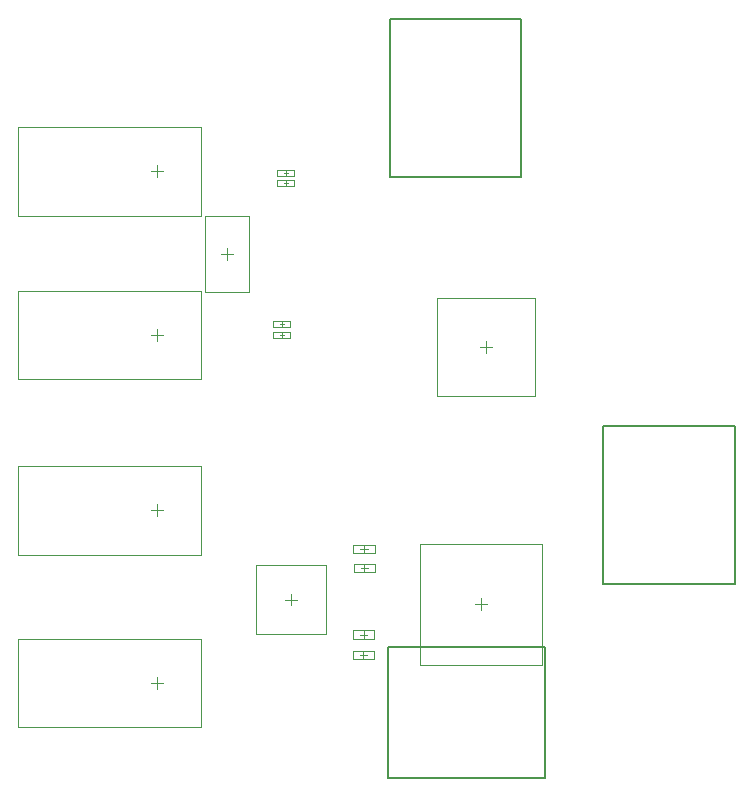
<source format=gbr>
G04 Layer_Color=32768*
%FSLAX26Y26*%
%MOIN*%
%TF.FileFunction,Mechanical*%
%TF.Part,Single*%
G01*
G75*
%TA.AperFunction,NonConductor*%
%ADD37C,0.005000*%
%ADD109C,0.003937*%
%ADD110C,0.001968*%
D37*
X6153000Y7712291D02*
Y8237291D01*
X5716000D02*
X6153000D01*
X5716000Y7712291D02*
Y8237291D01*
Y7712291D02*
X6153000D01*
X6866000Y6356011D02*
Y6881011D01*
X6429000D02*
X6866000D01*
X6429000Y6356011D02*
Y6881011D01*
Y6356011D02*
X6866000D01*
X5709709Y6144000D02*
X6234709D01*
X5709709Y5707000D02*
Y6144000D01*
Y5707000D02*
X6234709D01*
Y6144000D01*
D109*
X4940500Y7165315D02*
Y7204685D01*
X4920815Y7185000D02*
X4960185D01*
X4940500Y7710315D02*
Y7749685D01*
X4920815Y7730000D02*
X4960185D01*
X5155315Y7455000D02*
X5194685D01*
X5175000Y7435315D02*
Y7474685D01*
X5356220Y7213110D02*
Y7226890D01*
X5349331Y7220000D02*
X5363110D01*
X5328661Y7210158D02*
X5383779D01*
X5328661Y7229842D02*
X5383779D01*
Y7210158D02*
Y7229842D01*
X5328661Y7210158D02*
Y7229842D01*
X5356221Y7178110D02*
Y7191890D01*
X5349331Y7185000D02*
X5363110D01*
X5328661Y7194842D02*
X5383779D01*
X5328661Y7175158D02*
X5383779D01*
X5328661D02*
Y7194842D01*
X5383779Y7175158D02*
Y7194842D01*
X5342441Y7680158D02*
Y7699842D01*
X5397559Y7680158D02*
Y7699842D01*
X5342441D02*
X5397559D01*
X5342441Y7680158D02*
X5397559D01*
X5363110Y7690000D02*
X5376890D01*
X5370000Y7683110D02*
Y7696890D01*
X5397559Y7715157D02*
Y7734842D01*
X5342441Y7715157D02*
Y7734842D01*
Y7715157D02*
X5397559D01*
X5342441Y7734842D02*
X5397559D01*
X5363110Y7725000D02*
X5376890D01*
X5370000Y7718110D02*
Y7731890D01*
X6017008Y7145000D02*
X6056378D01*
X6036693Y7125315D02*
Y7164685D01*
X5630321Y6174189D02*
Y6197811D01*
X5618510Y6186000D02*
X5642132D01*
X5594888Y6172221D02*
X5665754D01*
X5594888Y6199780D02*
X5665754D01*
Y6172221D02*
Y6199780D01*
X5594888Y6172221D02*
Y6199780D01*
X5629000Y6105575D02*
Y6129197D01*
X5617189Y6117386D02*
X5640811D01*
X5593567Y6131165D02*
X5664433D01*
X5593567Y6103606D02*
X5664433D01*
X5593567D02*
Y6131165D01*
X5664433Y6103606D02*
Y6131165D01*
X5368528Y6302709D02*
X5407898D01*
X5388213Y6283024D02*
Y6322394D01*
X5631000Y6460189D02*
Y6483811D01*
X5619189Y6472000D02*
X5642811D01*
X5595567Y6458221D02*
X5666433D01*
X5595567Y6485780D02*
X5666433D01*
Y6458221D02*
Y6485780D01*
X5595567Y6458221D02*
Y6485780D01*
X5632000Y6395189D02*
Y6418811D01*
X5620189Y6407000D02*
X5643811D01*
X5596567Y6420779D02*
X5667433D01*
X5596567Y6393220D02*
X5667433D01*
X5596567D02*
Y6420779D01*
X5667433Y6393220D02*
Y6420779D01*
X6001315Y6287000D02*
X6040685D01*
X6021000Y6267315D02*
Y6306685D01*
X4940000Y6005315D02*
Y6044685D01*
X4920315Y6025000D02*
X4959685D01*
X4940500Y6580315D02*
Y6619685D01*
X4920815Y6600000D02*
X4960185D01*
D110*
X5087744Y7037756D02*
Y7332244D01*
X4478886D02*
X5087744D01*
X4478886Y7037756D02*
X5087744D01*
X4478886D02*
Y7332244D01*
X5087744Y7582756D02*
Y7877244D01*
X4478886D02*
X5087744D01*
X4478886Y7582756D02*
X5087744D01*
X4478886D02*
Y7877244D01*
X5247835Y7328032D02*
Y7581968D01*
X5102165Y7328032D02*
Y7581968D01*
X5247835D01*
X5102165Y7328032D02*
X5247835D01*
X6200079Y6981614D02*
Y7308386D01*
X5873307Y6981614D02*
Y7308386D01*
X6200079D01*
X5873307Y6981614D02*
X6200079D01*
X5272071Y6186567D02*
Y6418850D01*
X5504354Y6186567D02*
Y6418850D01*
X5272071D02*
X5504354D01*
X5272071Y6186567D02*
X5504354D01*
X5819228Y6085228D02*
Y6488772D01*
X6222772Y6085228D02*
Y6488772D01*
X5819228Y6085228D02*
X6222772D01*
X5819228Y6488772D02*
X6222772D01*
X5087244Y5877756D02*
Y6172244D01*
X4478386D02*
X5087244D01*
X4478386Y5877756D02*
X5087244D01*
X4478386D02*
Y6172244D01*
X5087744Y6452756D02*
Y6747244D01*
X4478886D02*
X5087744D01*
X4478886Y6452756D02*
X5087744D01*
X4478886D02*
Y6747244D01*
%TF.MD5,780E05B5CBF6E97CE65E039FDC10571F*%
M02*

</source>
